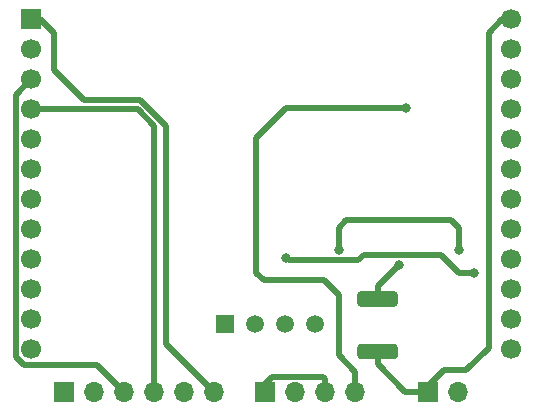
<source format=gtl>
%TF.GenerationSoftware,KiCad,Pcbnew,5.1.8*%
%TF.CreationDate,2020-12-08T01:30:07+01:00*%
%TF.ProjectId,dht_esp_shield,6468745f-6573-4705-9f73-6869656c642e,rev?*%
%TF.SameCoordinates,Original*%
%TF.FileFunction,Copper,L1,Top*%
%TF.FilePolarity,Positive*%
%FSLAX46Y46*%
G04 Gerber Fmt 4.6, Leading zero omitted, Abs format (unit mm)*
G04 Created by KiCad (PCBNEW 5.1.8) date 2020-12-08 01:30:07*
%MOMM*%
%LPD*%
G01*
G04 APERTURE LIST*
%TA.AperFunction,ComponentPad*%
%ADD10C,1.500000*%
%TD*%
%TA.AperFunction,ComponentPad*%
%ADD11R,1.500000X1.500000*%
%TD*%
%TA.AperFunction,ComponentPad*%
%ADD12C,1.700000*%
%TD*%
%TA.AperFunction,ComponentPad*%
%ADD13R,1.700000X1.700000*%
%TD*%
%TA.AperFunction,ComponentPad*%
%ADD14O,1.700000X1.700000*%
%TD*%
%TA.AperFunction,ViaPad*%
%ADD15C,0.800000*%
%TD*%
%TA.AperFunction,Conductor*%
%ADD16C,0.500000*%
%TD*%
G04 APERTURE END LIST*
D10*
%TO.P,U2,4*%
%TO.N,Net-(C1-Pad1)*%
X122428000Y-84963000D03*
%TO.P,U2,3*%
%TO.N,Net-(U2-Pad3)*%
X119888000Y-84963000D03*
%TO.P,U2,2*%
%TO.N,Net-(R5-Pad2)*%
X117348000Y-84963000D03*
D11*
%TO.P,U2,1*%
%TO.N,Net-(C1-Pad2)*%
X114808000Y-84963000D03*
%TD*%
D12*
%TO.P,U1,13*%
%TO.N,Net-(U1-Pad13)*%
X139065000Y-87122000D03*
%TO.P,U1,14*%
%TO.N,Net-(U1-Pad14)*%
X139065000Y-84582000D03*
%TO.P,U1,15*%
%TO.N,Net-(U1-Pad15)*%
X139065000Y-82042000D03*
%TO.P,U1,16*%
%TO.N,Net-(C1-Pad2)*%
X139065000Y-79502000D03*
%TO.P,U1,17*%
%TO.N,Net-(U1-Pad17)*%
X139065000Y-76962000D03*
%TO.P,U1,18*%
%TO.N,Net-(U1-Pad18)*%
X139065000Y-74422000D03*
%TO.P,U1,19*%
%TO.N,Net-(R5-Pad2)*%
X139065000Y-71882000D03*
%TO.P,U1,20*%
%TO.N,Net-(J3-Pad1)*%
X139065000Y-69342000D03*
%TO.P,U1,21*%
%TO.N,Net-(R3-Pad1)*%
X139065000Y-66802000D03*
%TO.P,U1,22*%
%TO.N,Net-(R2-Pad2)*%
X139065000Y-64262000D03*
%TO.P,U1,23*%
%TO.N,Net-(C1-Pad1)*%
X139065000Y-61722000D03*
%TO.P,U1,24*%
%TO.N,Net-(F1-Pad2)*%
X139065000Y-59182000D03*
%TO.P,U1,12*%
%TO.N,Net-(U1-Pad12)*%
X98425000Y-87122000D03*
%TO.P,U1,11*%
%TO.N,Net-(U1-Pad11)*%
X98425000Y-84582000D03*
%TO.P,U1,10*%
%TO.N,Net-(U1-Pad10)*%
X98425000Y-82042000D03*
%TO.P,U1,9*%
%TO.N,Net-(U1-Pad9)*%
X98425000Y-79502000D03*
%TO.P,U1,8*%
%TO.N,Net-(U1-Pad8)*%
X98425000Y-76962000D03*
%TO.P,U1,7*%
%TO.N,Net-(U1-Pad7)*%
X98425000Y-74422000D03*
%TO.P,U1,6*%
%TO.N,Net-(U1-Pad6)*%
X98425000Y-71882000D03*
%TO.P,U1,5*%
%TO.N,Net-(U1-Pad5)*%
X98425000Y-69342000D03*
%TO.P,U1,4*%
%TO.N,Net-(J1-Pad4)*%
X98425000Y-66802000D03*
%TO.P,U1,3*%
%TO.N,Net-(J1-Pad3)*%
X98425000Y-64262000D03*
%TO.P,U1,2*%
%TO.N,Net-(C1-Pad1)*%
X98425000Y-61722000D03*
D13*
%TO.P,U1,1*%
%TO.N,Net-(J1-Pad6)*%
X98425000Y-59182000D03*
%TD*%
D14*
%TO.P,J3,4*%
%TO.N,Net-(J3-Pad4)*%
X125870000Y-90750000D03*
%TO.P,J3,3*%
%TO.N,Net-(J3-Pad1)*%
X123330000Y-90750000D03*
%TO.P,J3,2*%
%TO.N,Net-(J3-Pad2)*%
X120790000Y-90750000D03*
D13*
%TO.P,J3,1*%
%TO.N,Net-(J3-Pad1)*%
X118250000Y-90750000D03*
%TD*%
D14*
%TO.P,J2,2*%
%TO.N,Net-(C1-Pad1)*%
X134540000Y-90750000D03*
D13*
%TO.P,J2,1*%
%TO.N,Net-(F1-Pad2)*%
X132000000Y-90750000D03*
%TD*%
D14*
%TO.P,J1,6*%
%TO.N,Net-(J1-Pad6)*%
X113950000Y-90750000D03*
%TO.P,J1,5*%
%TO.N,Net-(C1-Pad1)*%
X111410000Y-90750000D03*
%TO.P,J1,4*%
%TO.N,Net-(J1-Pad4)*%
X108870000Y-90750000D03*
%TO.P,J1,3*%
%TO.N,Net-(J1-Pad3)*%
X106330000Y-90750000D03*
%TO.P,J1,2*%
%TO.N,Net-(C1-Pad1)*%
X103790000Y-90750000D03*
D13*
%TO.P,J1,1*%
%TO.N,Net-(C1-Pad2)*%
X101250000Y-90750000D03*
%TD*%
%TO.P,F1,2*%
%TO.N,Net-(F1-Pad2)*%
%TA.AperFunction,SMDPad,CuDef*%
G36*
G01*
X126311999Y-86665000D02*
X129212001Y-86665000D01*
G75*
G02*
X129462000Y-86914999I0J-249999D01*
G01*
X129462000Y-87715001D01*
G75*
G02*
X129212001Y-87965000I-249999J0D01*
G01*
X126311999Y-87965000D01*
G75*
G02*
X126062000Y-87715001I0J249999D01*
G01*
X126062000Y-86914999D01*
G75*
G02*
X126311999Y-86665000I249999J0D01*
G01*
G37*
%TD.AperFunction*%
%TO.P,F1,1*%
%TO.N,Net-(F1-Pad1)*%
%TA.AperFunction,SMDPad,CuDef*%
G36*
G01*
X126311999Y-82215000D02*
X129212001Y-82215000D01*
G75*
G02*
X129462000Y-82464999I0J-249999D01*
G01*
X129462000Y-83265001D01*
G75*
G02*
X129212001Y-83515000I-249999J0D01*
G01*
X126311999Y-83515000D01*
G75*
G02*
X126062000Y-83265001I0J249999D01*
G01*
X126062000Y-82464999D01*
G75*
G02*
X126311999Y-82215000I249999J0D01*
G01*
G37*
%TD.AperFunction*%
%TD*%
D15*
%TO.N,Net-(C1-Pad2)*%
X135890000Y-80645000D03*
X120015000Y-79375000D03*
%TO.N,Net-(F1-Pad1)*%
X129540000Y-80010000D03*
%TO.N,Net-(J3-Pad4)*%
X130175000Y-66675000D03*
%TO.N,Net-(R5-Pad2)*%
X124460000Y-78740000D03*
X134620000Y-78740000D03*
%TD*%
D16*
%TO.N,Net-(C1-Pad2)*%
X135890000Y-80645000D02*
X134620000Y-80645000D01*
X134620000Y-80645000D02*
X133134999Y-79159999D01*
X133134999Y-79159999D02*
X126580001Y-79159999D01*
X126149999Y-79590001D02*
X120230001Y-79590001D01*
X126580001Y-79159999D02*
X126149999Y-79590001D01*
X120230001Y-79590001D02*
X120015000Y-79375000D01*
X120015000Y-79375000D02*
X120015000Y-79375000D01*
%TO.N,Net-(F1-Pad2)*%
X127762000Y-88392000D02*
X127762000Y-87315000D01*
X130120000Y-90750000D02*
X127762000Y-88392000D01*
X132000000Y-90750000D02*
X130120000Y-90750000D01*
X132000000Y-90750000D02*
X132000000Y-90250000D01*
X132000000Y-90250000D02*
X133350000Y-88900000D01*
X133350000Y-88900000D02*
X135255000Y-88900000D01*
X135255000Y-88900000D02*
X137160000Y-86995000D01*
X137160000Y-86995000D02*
X137160000Y-60325000D01*
X138303000Y-59182000D02*
X139065000Y-59182000D01*
X137160000Y-60325000D02*
X138303000Y-59182000D01*
%TO.N,Net-(F1-Pad1)*%
X127762000Y-82865000D02*
X127762000Y-81788000D01*
X127762000Y-81788000D02*
X129540000Y-80010000D01*
X129540000Y-80010000D02*
X129540000Y-80010000D01*
%TO.N,Net-(J1-Pad6)*%
X113950000Y-90750000D02*
X109855000Y-86655000D01*
X109855000Y-68225038D02*
X107669962Y-66040000D01*
X109855000Y-86655000D02*
X109855000Y-68225038D01*
X107669962Y-66040000D02*
X102870000Y-66040000D01*
X102870000Y-66040000D02*
X100330000Y-63500000D01*
X100330000Y-63500000D02*
X100330000Y-60325000D01*
X99187000Y-59182000D02*
X98425000Y-59182000D01*
X100330000Y-60325000D02*
X99187000Y-59182000D01*
%TO.N,Net-(J1-Pad4)*%
X108870000Y-90750000D02*
X108870000Y-68230000D01*
X107442000Y-66802000D02*
X98425000Y-66802000D01*
X108870000Y-68230000D02*
X107442000Y-66802000D01*
%TO.N,Net-(J1-Pad3)*%
X97124999Y-65562001D02*
X98425000Y-64262000D01*
X97124999Y-87746001D02*
X97124999Y-65562001D01*
X97800999Y-88422001D02*
X97124999Y-87746001D01*
X104002001Y-88422001D02*
X97800999Y-88422001D01*
X106330000Y-90750000D02*
X104002001Y-88422001D01*
%TO.N,Net-(J3-Pad4)*%
X125870000Y-90750000D02*
X125870000Y-89040000D01*
X125870000Y-89040000D02*
X124460000Y-87630000D01*
X124460000Y-87630000D02*
X124460000Y-82550000D01*
X124460000Y-82550000D02*
X123190000Y-81280000D01*
X123190000Y-81280000D02*
X118110000Y-81280000D01*
X118110000Y-81280000D02*
X117475000Y-80645000D01*
X117475000Y-80645000D02*
X117475000Y-69215000D01*
X117475000Y-69215000D02*
X120015000Y-66675000D01*
X120015000Y-66675000D02*
X130175000Y-66675000D01*
X130175000Y-66675000D02*
X130175000Y-66675000D01*
%TO.N,Net-(J3-Pad1)*%
X123330000Y-90750000D02*
X123330000Y-89675000D01*
X123330000Y-89675000D02*
X123104999Y-89449999D01*
X123104999Y-89449999D02*
X118830001Y-89449999D01*
X118250000Y-90030000D02*
X118250000Y-90750000D01*
X118830001Y-89449999D02*
X118250000Y-90030000D01*
%TO.N,Net-(R5-Pad2)*%
X134620000Y-78740000D02*
X134620000Y-76835000D01*
X134620000Y-76835000D02*
X133985000Y-76200000D01*
X133985000Y-76200000D02*
X125095000Y-76200000D01*
X124460000Y-76835000D02*
X124460000Y-78740000D01*
X125095000Y-76200000D02*
X124460000Y-76835000D01*
%TD*%
M02*

</source>
